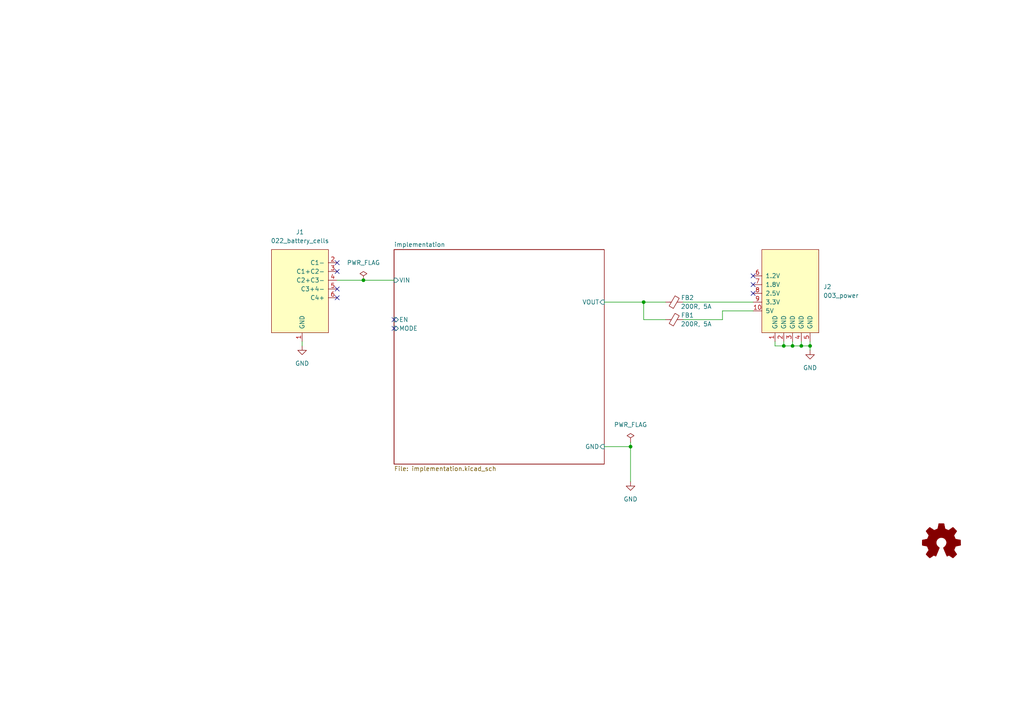
<source format=kicad_sch>
(kicad_sch (version 20230121) (generator eeschema)
  (paper "A4")
  (lib_symbols
    (symbol "Device:FerriteBead_Small" (pin_numbers hide) (pin_names (offset 0))
      (property "Reference" "FB" (at 1.905 1.27 0))
      (property "Value" "FerriteBead_Small" (at 1.905 -1.27 0))
      (symbol "FerriteBead_Small_0_1"
        (polyline (pts (xy 0 -1.27) (xy 0 -0.7874)))
        (polyline (pts (xy 0 0.889) (xy 0 1.2954)))
        (polyline (pts (xy -1.8288 0.2794) (xy -1.1176 1.4986) (xy 1.8288 -0.2032) (xy 1.1176 -1.4224) (xy -1.8288 0.2794)))
      )
      (symbol "FerriteBead_Small_1_1"
        (pin passive line (at 0 2.54 270) (length 1.27) (name "~") (number "1"))
        (pin passive line (at 0 -2.54 90) (length 1.27) (name "~") (number "2"))
      )
    )
    (symbol "Graphic:Logo_Open_Hardware_Small" (in_bom no) (on_board no)
      (symbol "Logo_Open_Hardware_Small_0_1"
        (polyline (pts (xy 3.3528 -4.3434) (xy 3.302 -4.318) (xy 3.175 -4.2418) (xy 2.9972 -4.1148) (xy 2.7686 -3.9624) (xy 2.54 -3.81) (xy 2.3622 -3.7084) (xy 2.2352 -3.6068) (xy 2.1844 -3.5814) (xy 2.159 -3.6068) (xy 2.0574 -3.6576) (xy 1.905 -3.7338) (xy 1.8034 -3.7846) (xy 1.6764 -3.8354) (xy 1.6002 -3.8354) (xy 1.6002 -3.8354) (xy 1.5494 -3.7338) (xy 1.4732 -3.5306) (xy 1.3462 -3.302) (xy 1.2446 -3.0226) (xy 1.1176 -2.7178) (xy 0.9652 -2.413) (xy 0.8636 -2.1082) (xy 0.7366 -1.8288) (xy 0.6604 -1.6256) (xy 0.6096 -1.4732) (xy 0.5842 -1.397) (xy 0.5842 -1.397) (xy 0.6604 -1.3208) (xy 0.7874 -1.2446) (xy 1.0414 -1.016) (xy 1.2954 -0.6858) (xy 1.4478 -0.3302) (xy 1.524 0.0762) (xy 1.4732 0.4572) (xy 1.3208 0.8128) (xy 1.0668 1.143) (xy 0.762 1.3716) (xy 0.4064 1.524) (xy 0 1.5748) (xy -0.381 1.5494) (xy -0.7366 1.397) (xy -1.0668 1.143) (xy -1.2192 0.9906) (xy -1.397 0.6604) (xy -1.524 0.3048) (xy -1.524 0.2286) (xy -1.4986 -0.1778) (xy -1.397 -0.5334) (xy -1.1938 -0.8636) (xy -0.9144 -1.143) (xy -0.8636 -1.1684) (xy -0.7366 -1.27) (xy -0.635 -1.3462) (xy -0.5842 -1.397) (xy -1.0668 -2.5908) (xy -1.143 -2.794) (xy -1.2954 -3.1242) (xy -1.397 -3.4036) (xy -1.4986 -3.6322) (xy -1.5748 -3.7846) (xy -1.6002 -3.8354) (xy -1.6002 -3.8354) (xy -1.651 -3.8354) (xy -1.7272 -3.81) (xy -1.905 -3.7338) (xy -2.0066 -3.683) (xy -2.1336 -3.6068) (xy -2.2098 -3.5814) (xy -2.2606 -3.6068) (xy -2.3622 -3.683) (xy -2.54 -3.81) (xy -2.7686 -3.9624) (xy -2.9718 -4.0894) (xy -3.1496 -4.2164) (xy -3.302 -4.318) (xy -3.3528 -4.3434) (xy -3.3782 -4.3434) (xy -3.429 -4.318) (xy -3.5306 -4.2164) (xy -3.7084 -4.064) (xy -3.937 -3.8354) (xy -3.9624 -3.81) (xy -4.1656 -3.6068) (xy -4.318 -3.4544) (xy -4.4196 -3.3274) (xy -4.445 -3.2766) (xy -4.445 -3.2766) (xy -4.4196 -3.2258) (xy -4.318 -3.0734) (xy -4.2164 -2.8956) (xy -4.064 -2.667) (xy -3.6576 -2.0828) (xy -3.8862 -1.5494) (xy -3.937 -1.3716) (xy -4.0386 -1.1684) (xy -4.0894 -1.0414) (xy -4.1148 -0.9652) (xy -4.191 -0.9398) (xy -4.318 -0.9144) (xy -4.5466 -0.8636) (xy -4.8006 -0.8128) (xy -5.0546 -0.7874) (xy -5.2578 -0.7366) (xy -5.4356 -0.7112) (xy -5.5118 -0.6858) (xy -5.5118 -0.6858) (xy -5.5372 -0.635) (xy -5.5372 -0.5588) (xy -5.5372 -0.4318) (xy -5.5626 -0.2286) (xy -5.5626 0.0762) (xy -5.5626 0.127) (xy -5.5372 0.4064) (xy -5.5372 0.635) (xy -5.5372 0.762) (xy -5.5372 0.8382) (xy -5.5372 0.8382) (xy -5.461 0.8382) (xy -5.3086 0.889) (xy -5.08 0.9144) (xy -4.826 0.9652) (xy -4.8006 0.9906) (xy -4.5466 1.0414) (xy -4.318 1.0668) (xy -4.1656 1.1176) (xy -4.0894 1.143) (xy -4.0894 1.143) (xy -4.0386 1.2446) (xy -3.9624 1.4224) (xy -3.8608 1.6256) (xy -3.7846 1.8288) (xy -3.7084 2.0066) (xy -3.6576 2.159) (xy -3.6322 2.2098) (xy -3.6322 2.2098) (xy -3.683 2.286) (xy -3.7592 2.413) (xy -3.8862 2.5908) (xy -4.064 2.8194) (xy -4.064 2.8448) (xy -4.2164 3.0734) (xy -4.3434 3.2512) (xy -4.4196 3.3782) (xy -4.445 3.4544) (xy -4.445 3.4544) (xy -4.3942 3.5052) (xy -4.2926 3.6322) (xy -4.1148 3.81) (xy -3.937 4.0132) (xy -3.8608 4.064) (xy -3.6576 4.2926) (xy -3.5052 4.4196) (xy -3.4036 4.4958) (xy -3.3528 4.5212) (xy -3.3528 4.5212) (xy -3.302 4.4704) (xy -3.1496 4.3688) (xy -2.9718 4.2418) (xy -2.7432 4.0894) (xy -2.7178 4.0894) (xy -2.4892 3.937) (xy -2.3114 3.81) (xy -2.1844 3.7084) (xy -2.1336 3.683) (xy -2.1082 3.683) (xy -2.032 3.7084) (xy -1.8542 3.7592) (xy -1.6764 3.8354) (xy -1.4732 3.937) (xy -1.27 4.0132) (xy -1.143 4.064) (xy -1.0668 4.1148) (xy -1.0668 4.1148) (xy -1.0414 4.191) (xy -1.016 4.3434) (xy -0.9652 4.572) (xy -0.9144 4.8514) (xy -0.889 4.9022) (xy -0.8382 5.1562) (xy -0.8128 5.3848) (xy -0.7874 5.5372) (xy -0.762 5.588) (xy -0.7112 5.6134) (xy -0.5842 5.6134) (xy -0.4064 5.6134) (xy -0.1524 5.6134) (xy 0.0762 5.6134) (xy 0.3302 5.6134) (xy 0.5334 5.6134) (xy 0.6858 5.588) (xy 0.7366 5.588) (xy 0.7366 5.588) (xy 0.762 5.5118) (xy 0.8128 5.334) (xy 0.8382 5.1054) (xy 0.9144 4.826) (xy 0.9144 4.7752) (xy 0.9652 4.5212) (xy 1.016 4.2926) (xy 1.0414 4.1402) (xy 1.0668 4.0894) (xy 1.0668 4.0894) (xy 1.1938 4.0386) (xy 1.3716 3.9624) (xy 1.5748 3.8608) (xy 2.0828 3.6576) (xy 2.7178 4.0894) (xy 2.7686 4.1402) (xy 2.9972 4.2926) (xy 3.175 4.4196) (xy 3.302 4.4958) (xy 3.3782 4.5212) (xy 3.3782 4.5212) (xy 3.429 4.4704) (xy 3.556 4.3434) (xy 3.7338 4.191) (xy 3.9116 3.9878) (xy 4.064 3.8354) (xy 4.2418 3.6576) (xy 4.3434 3.556) (xy 4.4196 3.4798) (xy 4.4196 3.429) (xy 4.4196 3.4036) (xy 4.3942 3.3274) (xy 4.2926 3.2004) (xy 4.1656 2.9972) (xy 4.0132 2.794) (xy 3.8862 2.5908) (xy 3.7592 2.3876) (xy 3.6576 2.2352) (xy 3.6322 2.159) (xy 3.6322 2.1336) (xy 3.683 2.0066) (xy 3.7592 1.8288) (xy 3.8608 1.6002) (xy 4.064 1.1176) (xy 4.3942 1.0414) (xy 4.5974 1.016) (xy 4.8768 0.9652) (xy 5.1308 0.9144) (xy 5.5372 0.8382) (xy 5.5626 -0.6604) (xy 5.4864 -0.6858) (xy 5.4356 -0.6858) (xy 5.2832 -0.7366) (xy 5.0546 -0.762) (xy 4.8006 -0.8128) (xy 4.5974 -0.8636) (xy 4.3688 -0.9144) (xy 4.2164 -0.9398) (xy 4.1402 -0.9398) (xy 4.1148 -0.9652) (xy 4.064 -1.0668) (xy 3.9878 -1.2446) (xy 3.9116 -1.4478) (xy 3.81 -1.651) (xy 3.7338 -1.8542) (xy 3.683 -2.0066) (xy 3.6576 -2.0828) (xy 3.683 -2.1336) (xy 3.7846 -2.2606) (xy 3.8862 -2.4638) (xy 4.0386 -2.667) (xy 4.191 -2.8956) (xy 4.318 -3.0734) (xy 4.3942 -3.2004) (xy 4.445 -3.2766) (xy 4.4196 -3.3274) (xy 4.3434 -3.429) (xy 4.1656 -3.5814) (xy 3.937 -3.8354) (xy 3.8862 -3.8608) (xy 3.683 -4.064) (xy 3.5306 -4.2164) (xy 3.4036 -4.318) (xy 3.3528 -4.3434)) (fill (type outline)))
      )
    )
    (symbol "power:GND" (power) (pin_names (offset 0))
      (property "Value" "GND" (at 0 -3.81 0))
      (symbol "GND_0_1"
        (polyline (pts (xy 0 0) (xy 0 -1.27) (xy 1.27 -1.27) (xy 0 -2.54) (xy -1.27 -1.27) (xy 0 -1.27)))
      )
      (symbol "GND_1_1"
        (pin power_in line (at 0 0 270) (length 0) hide (name "GND") (number "1"))
      )
    )
    (symbol "power:PWR_FLAG" (power) (pin_numbers hide) (pin_names (offset 0) hide)
      (property "Value" "PWR_FLAG" (at 0 3.81 0))
      (symbol "PWR_FLAG_0_0"
        (pin power_out line (at 0 0 90) (length 0) (name "pwr") (number "1"))
      )
      (symbol "PWR_FLAG_0_1"
        (polyline (pts (xy 0 0) (xy 0 1.27) (xy -1.016 1.905) (xy 0 2.54) (xy 1.016 1.905) (xy 0 1.27)))
      )
    )
    (symbol "put_on_edge:003_power" (pin_names (offset 1.016))
      (property "Reference" "J" (at -2.54 13.97 0))
      (property "Value" "003_power" (at 8.89 13.97 0))
      (symbol "003_power_0_1"
        (rectangle (start -8.89 12.7) (end 7.62 -11.43) (fill (type background)))
      )
      (symbol "003_power_1_1"
        (pin power_in line (at -5.08 -13.97 90) (length 2.54) (name "GND") (number "1"))
        (pin power_out line (at -11.43 -5.08 0) (length 2.54) (name "5V") (number "10"))
        (pin power_in line (at -2.54 -13.97 90) (length 2.54) (name "GND") (number "2"))
        (pin power_in line (at 0 -13.97 90) (length 2.54) (name "GND") (number "3"))
        (pin power_in line (at 2.54 -13.97 90) (length 2.54) (name "GND") (number "4"))
        (pin power_in line (at 5.08 -13.97 90) (length 2.54) (name "GND") (number "5"))
        (pin power_out line (at -11.43 5.08 0) (length 2.54) (name "1.2V") (number "6"))
        (pin power_out line (at -11.43 2.54 0) (length 2.54) (name "1.8V") (number "7"))
        (pin power_out line (at -11.43 0 0) (length 2.54) (name "2.5V") (number "8"))
        (pin power_out line (at -11.43 -2.54 0) (length 2.54) (name "3.3V") (number "9"))
      )
    )
    (symbol "put_on_edge:022_battery_cells" (pin_names (offset 1.016))
      (property "Reference" "J" (at -2.54 13.97 0))
      (property "Value" "022_battery_cells" (at 8.89 13.97 0))
      (symbol "022_battery_cells_0_1"
        (rectangle (start -8.89 12.7) (end 7.62 -11.43) (fill (type background)))
      )
      (symbol "022_battery_cells_1_1"
        (pin power_in line (at -1.27 -13.97 90) (length 2.54) (name "GND") (number "1"))
        (pin unspecified line (at -11.43 8.89 0) (length 2.54) (name "C1-") (number "2"))
        (pin unspecified line (at -11.43 6.35 0) (length 2.54) (name "C1+C2-") (number "3"))
        (pin unspecified line (at -11.43 3.81 0) (length 2.54) (name "C2+C3-") (number "4"))
        (pin unspecified line (at -11.43 1.27 0) (length 2.54) (name "C3+4-") (number "5"))
        (pin unspecified line (at -11.43 -1.27 0) (length 2.54) (name "C4+") (number "6"))
      )
    )
  )
  (junction (at 227.33 100.33))
  (junction (at 234.95 100.33))
  (junction (at 186.69 87.63))
  (junction (at 229.87 100.33))
  (junction (at 232.41 100.33))
  (junction (at 182.88 129.54))
  (junction (at 105.41 81.28))
  (no_connect (at 218.44 82.55))
  (no_connect (at 97.79 76.2))
  (no_connect (at 97.79 86.36))
  (no_connect (at 114.3 95.25))
  (no_connect (at 97.79 78.74))
  (no_connect (at 114.3 92.71))
  (no_connect (at 218.44 85.09))
  (no_connect (at 218.44 80.01))
  (no_connect (at 97.79 83.82))
  (wire (pts (xy 224.79 100.33) (xy 227.33 100.33)))
  (wire (pts (xy 224.79 99.06) (xy 224.79 100.33)))
  (wire (pts (xy 227.33 100.33) (xy 229.87 100.33)))
  (wire (pts (xy 186.69 87.63) (xy 193.04 87.63)))
  (wire (pts (xy 182.88 129.54) (xy 182.88 139.7)))
  (wire (pts (xy 182.88 128.27) (xy 182.88 129.54)))
  (wire (pts (xy 186.69 87.63) (xy 186.69 92.71)))
  (wire (pts (xy 229.87 100.33) (xy 232.41 100.33)))
  (wire (pts (xy 232.41 100.33) (xy 234.95 100.33)))
  (wire (pts (xy 209.55 90.17) (xy 209.55 92.71)))
  (wire (pts (xy 175.26 87.63) (xy 186.69 87.63)))
  (wire (pts (xy 209.55 92.71) (xy 198.12 92.71)))
  (wire (pts (xy 87.63 99.06) (xy 87.63 100.33)))
  (wire (pts (xy 175.26 129.54) (xy 182.88 129.54)))
  (wire (pts (xy 105.41 81.28) (xy 114.3 81.28)))
  (wire (pts (xy 234.95 100.33) (xy 234.95 101.6)))
  (wire (pts (xy 227.33 99.06) (xy 227.33 100.33)))
  (wire (pts (xy 234.95 99.06) (xy 234.95 100.33)))
  (wire (pts (xy 229.87 99.06) (xy 229.87 100.33)))
  (wire (pts (xy 232.41 99.06) (xy 232.41 100.33)))
  (wire (pts (xy 198.12 87.63) (xy 218.44 87.63)))
  (wire (pts (xy 209.55 90.17) (xy 218.44 90.17)))
  (wire (pts (xy 186.69 92.71) (xy 193.04 92.71)))
  (wire (pts (xy 97.79 81.28) (xy 105.41 81.28)))
  (symbol (lib_id "power:GND") (at 87.63 100.33 0) (unit 1)
    (property "Reference" "#PWR03" (effects hide))
    (property "Value" "GND" (at 87.63 105.41 0))
  )
  (symbol (lib_id "put_on_edge:022_battery_cells") (at 86.36 85.09 0) (mirror y) (unit 1)
    (property "Reference" "J1" (at 86.995 67.31 0))
    (property "Value" "022_battery_cells" (at 86.995 69.85 0))
    (property "Footprint" "on_edge:on_edge_2x05_device" (effects hide))
  )
  (symbol (lib_id "Device:FerriteBead_Small") (at 195.58 92.71 90) (unit 1)
    (property "Reference" "FB1" (at 199.39 91.44 90))
    (property "Value" "200R, 5A" (at 201.93 93.98 90))
    (property "Footprint" "Capacitor_SMD:C_0603_1608Metric" (effects hide))
  )
  (symbol (lib_id "put_on_edge:003_power") (at 229.87 85.09 0) (unit 1)
    (property "Reference" "J2" (at 238.76 83.185 0) (effects (justify left)))
    (property "Value" "003_power" (at 238.76 85.725 0) (effects (justify left)))
    (property "Footprint" "on_edge:on_edge_2x05_host" (effects hide))
  )
  (symbol (lib_id "power:GND") (at 182.88 139.7 0) (unit 1)
    (property "Reference" "#PWR01" (effects hide))
    (property "Value" "GND" (at 182.88 144.78 0))
  )
  (symbol (lib_id "Device:FerriteBead_Small") (at 195.58 87.63 90) (unit 1)
    (property "Reference" "FB2" (at 199.39 86.36 90))
    (property "Value" "200R, 5A" (at 201.93 88.9 90))
    (property "Footprint" "Capacitor_SMD:C_0603_1608Metric" (effects hide))
  )
  (symbol (lib_id "power:PWR_FLAG") (at 105.41 81.28 0) (unit 1)
    (property "Reference" "#FLG01" (effects hide))
    (property "Value" "PWR_FLAG" (at 105.41 76.2 0))
  )
  (symbol (lib_id "power:PWR_FLAG") (at 182.88 128.27 0) (unit 1)
    (property "Reference" "#FLG03" (effects hide))
    (property "Value" "PWR_FLAG" (at 182.88 123.19 0))
  )
  (symbol (lib_id "Graphic:Logo_Open_Hardware_Small") (at 273.05 157.48 0) (unit 1)
    (property "Reference" "LOGO1" (effects hide))
    (property "Value" "Logo_Open_Hardware_Small" (effects hide))
    (property "Footprint" "Symbol:OSHW-Symbol_6.7x6mm_SilkScreen" (effects hide))
    (property "Sim.Enable" "0" (effects hide))
  )
  (symbol (lib_id "power:GND") (at 234.95 101.6 0) (unit 1)
    (property "Reference" "#PWR02" (effects hide))
    (property "Value" "GND" (at 234.95 106.68 0))
  )
  (sheet (at 114.3 72.39) (size 60.96 62.23) (stroke (width 0.1524))
    (property "Sheetname" "implementation" (at 114.3 71.6784 0) (effects (justify left bottom)))
    (property "Sheetfile" "implementation.kicad_sch" (at 114.3 135.2046 0) (effects (justify left top)))
    (pin "GND" input (at 175.26 129.54 0))
    (pin "VIN" input (at 114.3 81.28 180))
    (pin "MODE" input (at 114.3 95.25 180))
    (pin "EN" input (at 114.3 92.71 180))
    (pin "VOUT" input (at 175.26 87.63 0))
  )
)
</source>
